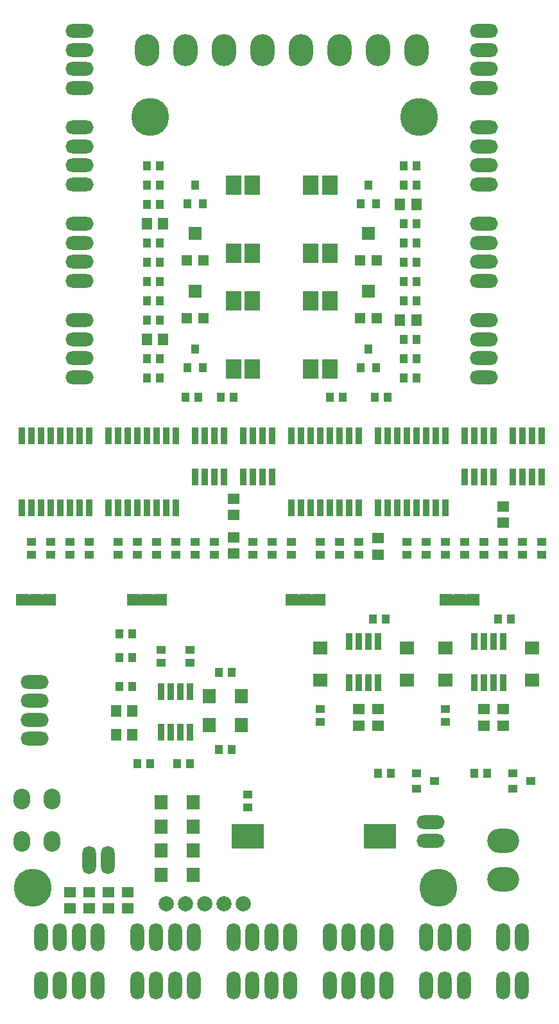
<source format=gbr>
%TF.GenerationSoftware,Altium Limited,Altium Designer,21.0.4 (50)*%
G04 Layer_Color=4408131*
%FSLAX25Y25*%
%MOIN*%
%TF.SameCoordinates,7C4F9ACF-F1D8-4562-922E-26F05696B097*%
%TF.FilePolarity,Negative*%
%TF.FileFunction,Soldermask,Top*%
%TF.Part,Single*%
G01*
G75*
%TA.AperFunction,SMDPad,CuDef*%
%ADD62R,0.04737X0.03950*%
%ADD66R,0.03950X0.04737*%
%ADD67R,0.06200X0.05300*%
%ADD73R,0.05300X0.06200*%
%TA.AperFunction,ComponentPad*%
%ADD75O,0.14580X0.07099*%
%ADD76O,0.12611X0.16548*%
%TA.AperFunction,WasherPad*%
%ADD77C,0.19685*%
%TA.AperFunction,ComponentPad*%
%ADD78O,0.07099X0.14580*%
%ADD79C,0.07887*%
%ADD80O,0.08674X0.10642*%
%ADD81O,0.16548X0.12611*%
%TA.AperFunction,SMDPad,CuDef*%
%ADD84R,0.06509X0.07296*%
%ADD85R,0.16548X0.12611*%
%ADD86R,0.03556X0.08674*%
%ADD87R,0.04540X0.03950*%
%ADD88R,0.01981X0.05918*%
%ADD89R,0.07296X0.06509*%
%ADD90R,0.03950X0.04540*%
%ADD91R,0.07887X0.09855*%
%ADD92R,0.05524X0.05524*%
%ADD93R,0.07099X0.07099*%
G36*
X20407Y222956D02*
X20458Y222946D01*
X20508Y222929D01*
X20555Y222906D01*
X20598Y222877D01*
X20638Y222843D01*
X20939Y222541D01*
X20938Y222559D01*
X20941Y222611D01*
X20951Y222663D01*
X20968Y222712D01*
X20991Y222760D01*
X21021Y222803D01*
X21055Y222843D01*
X21094Y222877D01*
X21138Y222906D01*
X21185Y222929D01*
X21235Y222946D01*
X21286Y222956D01*
X21339Y222960D01*
X26358D01*
X26411Y222956D01*
X26462Y222946D01*
X26512Y222929D01*
X26559Y222906D01*
X26602Y222877D01*
X26642Y222843D01*
X26676Y222803D01*
X26705Y222760D01*
X26729Y222712D01*
X26746Y222663D01*
X26756Y222611D01*
X26759Y222559D01*
Y217441D01*
X26756Y217389D01*
X26746Y217337D01*
X26729Y217287D01*
X26705Y217241D01*
X26676Y217197D01*
X26642Y217158D01*
X26602Y217123D01*
X26559Y217094D01*
X26512Y217071D01*
X26462Y217054D01*
X26411Y217043D01*
X26358Y217040D01*
X21339D01*
X21286Y217043D01*
X21235Y217054D01*
X21185Y217071D01*
X21138Y217094D01*
X21094Y217123D01*
X21055Y217158D01*
X21021Y217197D01*
X20991Y217241D01*
X20968Y217287D01*
X20951Y217337D01*
X20941Y217389D01*
X20938Y217441D01*
X20939Y217459D01*
X20638Y217158D01*
X20598Y217123D01*
X20555Y217094D01*
X20508Y217071D01*
X20458Y217054D01*
X20407Y217043D01*
X20354Y217040D01*
X17500D01*
X17500D01*
X17500D01*
X14646D01*
X14593Y217043D01*
X14542Y217054D01*
X14492Y217071D01*
X14445Y217094D01*
X14402Y217123D01*
X14362Y217158D01*
X14061Y217459D01*
X14062Y217441D01*
X14059Y217389D01*
X14049Y217337D01*
X14032Y217287D01*
X14009Y217241D01*
X13979Y217197D01*
X13945Y217158D01*
X13905Y217123D01*
X13862Y217094D01*
X13815Y217071D01*
X13765Y217054D01*
X13714Y217043D01*
X13661Y217040D01*
X8642D01*
X8589Y217043D01*
X8538Y217054D01*
X8488Y217071D01*
X8441Y217094D01*
X8398Y217123D01*
X8358Y217158D01*
X8324Y217197D01*
X8295Y217241D01*
X8271Y217287D01*
X8254Y217337D01*
X8244Y217389D01*
X8241Y217441D01*
Y222559D01*
X8244Y222611D01*
X8254Y222663D01*
X8271Y222712D01*
X8295Y222760D01*
X8324Y222803D01*
X8358Y222843D01*
X8398Y222877D01*
X8441Y222906D01*
X8488Y222929D01*
X8538Y222946D01*
X8589Y222956D01*
X8642Y222960D01*
X13661D01*
X13714Y222956D01*
X13765Y222946D01*
X13815Y222929D01*
X13862Y222906D01*
X13905Y222877D01*
X13945Y222843D01*
X13979Y222803D01*
X14009Y222760D01*
X14032Y222712D01*
X14049Y222663D01*
X14059Y222611D01*
X14062Y222559D01*
X14061Y222541D01*
X14362Y222843D01*
X14402Y222877D01*
X14445Y222906D01*
X14492Y222929D01*
X14542Y222946D01*
X14593Y222956D01*
X14646Y222960D01*
X17500D01*
X17500D01*
X17500D01*
X20354D01*
X20407Y222956D01*
D02*
G37*
G36*
X77907D02*
X77958Y222946D01*
X78008Y222929D01*
X78055Y222906D01*
X78098Y222877D01*
X78138Y222843D01*
X78439Y222541D01*
X78438Y222559D01*
X78441Y222611D01*
X78451Y222663D01*
X78468Y222712D01*
X78491Y222760D01*
X78521Y222803D01*
X78555Y222843D01*
X78594Y222877D01*
X78638Y222906D01*
X78685Y222929D01*
X78735Y222946D01*
X78786Y222956D01*
X78839Y222960D01*
X83858D01*
X83911Y222956D01*
X83962Y222946D01*
X84012Y222929D01*
X84059Y222906D01*
X84102Y222877D01*
X84142Y222843D01*
X84176Y222803D01*
X84205Y222760D01*
X84229Y222712D01*
X84246Y222663D01*
X84256Y222611D01*
X84259Y222559D01*
Y217441D01*
X84256Y217389D01*
X84246Y217337D01*
X84229Y217287D01*
X84205Y217241D01*
X84176Y217197D01*
X84142Y217158D01*
X84102Y217123D01*
X84059Y217094D01*
X84012Y217071D01*
X83962Y217054D01*
X83911Y217043D01*
X83858Y217040D01*
X78839D01*
X78786Y217043D01*
X78735Y217054D01*
X78685Y217071D01*
X78638Y217094D01*
X78594Y217123D01*
X78555Y217158D01*
X78521Y217197D01*
X78491Y217241D01*
X78468Y217287D01*
X78451Y217337D01*
X78441Y217389D01*
X78438Y217441D01*
X78439Y217459D01*
X78138Y217158D01*
X78098Y217123D01*
X78055Y217094D01*
X78008Y217071D01*
X77958Y217054D01*
X77907Y217043D01*
X77854Y217040D01*
X75000D01*
X75000D01*
X75000D01*
X72146D01*
X72093Y217043D01*
X72042Y217054D01*
X71992Y217071D01*
X71945Y217094D01*
X71902Y217123D01*
X71862Y217158D01*
X71561Y217459D01*
X71562Y217441D01*
X71559Y217389D01*
X71549Y217337D01*
X71532Y217287D01*
X71509Y217241D01*
X71479Y217197D01*
X71445Y217158D01*
X71406Y217123D01*
X71362Y217094D01*
X71315Y217071D01*
X71265Y217054D01*
X71214Y217043D01*
X71161Y217040D01*
X66142D01*
X66089Y217043D01*
X66038Y217054D01*
X65988Y217071D01*
X65941Y217094D01*
X65898Y217123D01*
X65858Y217158D01*
X65824Y217197D01*
X65795Y217241D01*
X65771Y217287D01*
X65754Y217337D01*
X65744Y217389D01*
X65741Y217441D01*
Y222559D01*
X65744Y222611D01*
X65754Y222663D01*
X65771Y222712D01*
X65795Y222760D01*
X65824Y222803D01*
X65858Y222843D01*
X65898Y222877D01*
X65941Y222906D01*
X65988Y222929D01*
X66038Y222946D01*
X66089Y222956D01*
X66142Y222960D01*
X71161D01*
X71214Y222956D01*
X71265Y222946D01*
X71315Y222929D01*
X71362Y222906D01*
X71406Y222877D01*
X71445Y222843D01*
X71479Y222803D01*
X71509Y222760D01*
X71532Y222712D01*
X71549Y222663D01*
X71559Y222611D01*
X71562Y222559D01*
X71561Y222541D01*
X71862Y222843D01*
X71902Y222877D01*
X71945Y222906D01*
X71992Y222929D01*
X72042Y222946D01*
X72093Y222956D01*
X72146Y222960D01*
X75000D01*
X75000D01*
X75000D01*
X77854D01*
X77907Y222956D01*
D02*
G37*
G36*
X166411Y222956D02*
X166462Y222946D01*
X166512Y222929D01*
X166559Y222906D01*
X166602Y222877D01*
X166642Y222843D01*
X166676Y222803D01*
X166705Y222760D01*
X166729Y222712D01*
X166745Y222663D01*
X166756Y222611D01*
X166759Y222559D01*
Y217441D01*
X166756Y217389D01*
X166745Y217337D01*
X166729Y217287D01*
X166705Y217241D01*
X166676Y217197D01*
X166642Y217158D01*
X166602Y217123D01*
X166559Y217094D01*
X166512Y217071D01*
X166462Y217054D01*
X166411Y217043D01*
X166358Y217040D01*
X161339D01*
X161286Y217043D01*
X161235Y217054D01*
X161185Y217071D01*
X161138Y217094D01*
X161094Y217123D01*
X161055Y217158D01*
X161021Y217197D01*
X160991Y217241D01*
X160968Y217287D01*
X160951Y217337D01*
X160941Y217389D01*
X160938Y217441D01*
X160939Y217459D01*
X160638Y217158D01*
X160598Y217123D01*
X160555Y217094D01*
X160508Y217071D01*
X160458Y217054D01*
X160407Y217043D01*
X160354Y217040D01*
X157500D01*
X157500D01*
X157500D01*
X154646D01*
X154593Y217043D01*
X154542Y217054D01*
X154492Y217071D01*
X154445Y217094D01*
X154402Y217123D01*
X154362Y217158D01*
X154061Y217459D01*
X154062Y217441D01*
X154059Y217389D01*
X154049Y217337D01*
X154032Y217287D01*
X154009Y217241D01*
X153979Y217197D01*
X153945Y217158D01*
X153905Y217123D01*
X153862Y217094D01*
X153815Y217071D01*
X153765Y217054D01*
X153714Y217043D01*
X153661Y217040D01*
X148642D01*
X148589Y217043D01*
X148538Y217054D01*
X148488Y217071D01*
X148441Y217094D01*
X148398Y217123D01*
X148358Y217158D01*
X148324Y217197D01*
X148295Y217241D01*
X148271Y217287D01*
X148255Y217337D01*
X148244Y217389D01*
X148241Y217441D01*
Y222559D01*
X148244Y222611D01*
X148255Y222663D01*
X148271Y222712D01*
X148295Y222760D01*
X148324Y222803D01*
X148358Y222843D01*
X148398Y222877D01*
X148441Y222906D01*
X148488Y222929D01*
X148538Y222946D01*
X148589Y222956D01*
X148642Y222960D01*
X153661D01*
X153714Y222956D01*
X153765Y222946D01*
X153815Y222929D01*
X153862Y222906D01*
X153905Y222877D01*
X153945Y222843D01*
X153979Y222803D01*
X154009Y222760D01*
X154032Y222712D01*
X154049Y222663D01*
X154059Y222611D01*
X154062Y222559D01*
X154061Y222541D01*
X154362Y222843D01*
X154402Y222877D01*
X154445Y222906D01*
X154492Y222929D01*
X154542Y222946D01*
X154593Y222956D01*
X154646Y222960D01*
X157500D01*
X157500D01*
X157500D01*
X160354D01*
X160407Y222956D01*
X160458Y222946D01*
X160508Y222929D01*
X160555Y222906D01*
X160598Y222877D01*
X160638Y222843D01*
X160939Y222541D01*
X160938Y222559D01*
X160941Y222611D01*
X160951Y222663D01*
X160968Y222712D01*
X160991Y222760D01*
X161021Y222803D01*
X161055Y222843D01*
X161094Y222877D01*
X161138Y222906D01*
X161185Y222929D01*
X161235Y222946D01*
X161286Y222956D01*
X161339Y222960D01*
X166358D01*
X166411Y222956D01*
D02*
G37*
G36*
X246411D02*
X246462Y222946D01*
X246512Y222929D01*
X246559Y222906D01*
X246602Y222877D01*
X246642Y222843D01*
X246676Y222803D01*
X246705Y222760D01*
X246729Y222712D01*
X246745Y222663D01*
X246756Y222611D01*
X246759Y222559D01*
Y217441D01*
X246756Y217389D01*
X246745Y217337D01*
X246729Y217287D01*
X246705Y217241D01*
X246676Y217197D01*
X246642Y217158D01*
X246602Y217123D01*
X246559Y217094D01*
X246512Y217071D01*
X246462Y217054D01*
X246411Y217043D01*
X246358Y217040D01*
X241339D01*
X241286Y217043D01*
X241235Y217054D01*
X241185Y217071D01*
X241138Y217094D01*
X241094Y217123D01*
X241055Y217158D01*
X241021Y217197D01*
X240991Y217241D01*
X240968Y217287D01*
X240951Y217337D01*
X240941Y217389D01*
X240938Y217441D01*
X240939Y217459D01*
X240638Y217158D01*
X240598Y217123D01*
X240555Y217094D01*
X240508Y217071D01*
X240458Y217054D01*
X240407Y217043D01*
X240354Y217040D01*
X237500D01*
X237500D01*
X237500D01*
X234646D01*
X234593Y217043D01*
X234542Y217054D01*
X234492Y217071D01*
X234445Y217094D01*
X234402Y217123D01*
X234362Y217158D01*
X234061Y217459D01*
X234062Y217441D01*
X234059Y217389D01*
X234049Y217337D01*
X234032Y217287D01*
X234009Y217241D01*
X233979Y217197D01*
X233945Y217158D01*
X233906Y217123D01*
X233862Y217094D01*
X233815Y217071D01*
X233765Y217054D01*
X233714Y217043D01*
X233661Y217040D01*
X228642D01*
X228589Y217043D01*
X228538Y217054D01*
X228488Y217071D01*
X228441Y217094D01*
X228398Y217123D01*
X228358Y217158D01*
X228324Y217197D01*
X228295Y217241D01*
X228271Y217287D01*
X228255Y217337D01*
X228244Y217389D01*
X228241Y217441D01*
Y222559D01*
X228244Y222611D01*
X228255Y222663D01*
X228271Y222712D01*
X228295Y222760D01*
X228324Y222803D01*
X228358Y222843D01*
X228398Y222877D01*
X228441Y222906D01*
X228488Y222929D01*
X228538Y222946D01*
X228589Y222956D01*
X228642Y222960D01*
X233661D01*
X233714Y222956D01*
X233765Y222946D01*
X233815Y222929D01*
X233862Y222906D01*
X233906Y222877D01*
X233945Y222843D01*
X233979Y222803D01*
X234009Y222760D01*
X234032Y222712D01*
X234049Y222663D01*
X234059Y222611D01*
X234062Y222559D01*
X234061Y222541D01*
X234362Y222843D01*
X234402Y222877D01*
X234445Y222906D01*
X234492Y222929D01*
X234542Y222946D01*
X234593Y222956D01*
X234646Y222960D01*
X237500D01*
X237500D01*
X237500D01*
X240354D01*
X240407Y222956D01*
X240458Y222946D01*
X240508Y222929D01*
X240555Y222906D01*
X240598Y222877D01*
X240638Y222843D01*
X240939Y222541D01*
X240938Y222559D01*
X240941Y222611D01*
X240951Y222663D01*
X240968Y222712D01*
X240991Y222760D01*
X241021Y222803D01*
X241055Y222843D01*
X241094Y222877D01*
X241138Y222906D01*
X241185Y222929D01*
X241235Y222946D01*
X241286Y222956D01*
X241339Y222960D01*
X246358D01*
X246411Y222956D01*
D02*
G37*
%LPC*%
G36*
X11687Y220018D02*
X11669Y220000D01*
X11687Y219982D01*
X11686Y220000D01*
X11687Y220018D01*
D02*
G37*
G36*
X23313Y220018D02*
X23314Y220000D01*
X23313Y219982D01*
X23331Y220000D01*
X23313Y220018D01*
D02*
G37*
G36*
X69187Y220018D02*
X69169Y220000D01*
X69187Y219982D01*
X69186Y220000D01*
X69187Y220018D01*
D02*
G37*
G36*
X80813Y220018D02*
X80814Y220000D01*
X80813Y219982D01*
X80831Y220000D01*
X80813Y220018D01*
D02*
G37*
G36*
X163313Y220018D02*
X163314Y220000D01*
X163313Y219982D01*
X163331Y220000D01*
X163313Y220018D01*
D02*
G37*
G36*
X151687Y220018D02*
X151669Y220000D01*
X151687Y219982D01*
X151686Y220000D01*
X151687Y220018D01*
D02*
G37*
G36*
X243313Y220018D02*
X243314Y220000D01*
X243313Y219982D01*
X243331Y220000D01*
X243313Y220018D01*
D02*
G37*
G36*
X231687Y220018D02*
X231669Y220000D01*
X231687Y219982D01*
X231686Y220000D01*
X231687Y220018D01*
D02*
G37*
%LPD*%
D62*
X97500Y194094D02*
D03*
Y187500D02*
D03*
X82500Y194094D02*
D03*
Y187500D02*
D03*
X230000Y163268D02*
D03*
Y156673D02*
D03*
X165000Y163268D02*
D03*
Y156673D02*
D03*
X250000Y243406D02*
D03*
X270000D02*
D03*
X260000D02*
D03*
X280000D02*
D03*
X100000D02*
D03*
X150000D02*
D03*
X110000D02*
D03*
X140000D02*
D03*
X130000D02*
D03*
X240000D02*
D03*
X230000D02*
D03*
X220000D02*
D03*
X210000D02*
D03*
X185000D02*
D03*
X175000D02*
D03*
X165000D02*
D03*
X90000D02*
D03*
X80000D02*
D03*
X70000D02*
D03*
X45000D02*
D03*
X25000D02*
D03*
X35000D02*
D03*
X15000D02*
D03*
X60000D02*
D03*
X127500Y119094D02*
D03*
X250000Y250000D02*
D03*
X270000D02*
D03*
X260000D02*
D03*
X280000D02*
D03*
X100000D02*
D03*
X150000D02*
D03*
X110000D02*
D03*
X140000D02*
D03*
X130000D02*
D03*
X240000D02*
D03*
X230000D02*
D03*
X220000D02*
D03*
X210000D02*
D03*
X185000D02*
D03*
X175000D02*
D03*
X165000D02*
D03*
X90000D02*
D03*
X80000D02*
D03*
X70000D02*
D03*
X45000D02*
D03*
X25000D02*
D03*
X35000D02*
D03*
X15000D02*
D03*
X60000D02*
D03*
X127500Y112500D02*
D03*
D66*
X97500Y135000D02*
D03*
X90906D02*
D03*
X60906Y175000D02*
D03*
X67500D02*
D03*
X112500Y182500D02*
D03*
X119094D02*
D03*
X112500Y142500D02*
D03*
X119094D02*
D03*
X67500Y202500D02*
D03*
X60906D02*
D03*
X67500Y190000D02*
D03*
X60906D02*
D03*
X192500Y210000D02*
D03*
X199094D02*
D03*
X257500D02*
D03*
X264094D02*
D03*
X70000Y135000D02*
D03*
X76594D02*
D03*
X201594Y130000D02*
D03*
X195000D02*
D03*
X251594D02*
D03*
X245000D02*
D03*
X200000Y325000D02*
D03*
X193406D02*
D03*
X170000D02*
D03*
X176594D02*
D03*
X101594D02*
D03*
X95000D02*
D03*
X208406Y375000D02*
D03*
X215000D02*
D03*
X208406Y385000D02*
D03*
X215000D02*
D03*
X208406Y335000D02*
D03*
X215000D02*
D03*
X208406Y345000D02*
D03*
X215000D02*
D03*
X208406Y355000D02*
D03*
X215000D02*
D03*
X208406Y415000D02*
D03*
X215000D02*
D03*
X208406Y435000D02*
D03*
X215000D02*
D03*
X208406Y445000D02*
D03*
X215000D02*
D03*
X208406Y405000D02*
D03*
X215000D02*
D03*
X208406Y395000D02*
D03*
X215000D02*
D03*
X75000Y435000D02*
D03*
X81594D02*
D03*
X75000Y445000D02*
D03*
X81594D02*
D03*
Y345000D02*
D03*
X75000D02*
D03*
X81594Y365000D02*
D03*
X75000D02*
D03*
X81594Y335000D02*
D03*
X75000D02*
D03*
Y425000D02*
D03*
X81594D02*
D03*
X75000Y405000D02*
D03*
X81594D02*
D03*
Y375000D02*
D03*
X75000D02*
D03*
X81594Y385000D02*
D03*
X75000D02*
D03*
Y395000D02*
D03*
X81594D02*
D03*
X120000Y325000D02*
D03*
X113406D02*
D03*
D67*
X260000Y163268D02*
D03*
Y154768D02*
D03*
X250000Y163268D02*
D03*
Y154768D02*
D03*
X195000Y163268D02*
D03*
Y154768D02*
D03*
X185000Y163268D02*
D03*
Y154768D02*
D03*
X35000Y68500D02*
D03*
Y60000D02*
D03*
X65000Y68500D02*
D03*
Y60000D02*
D03*
X55000Y68500D02*
D03*
Y60000D02*
D03*
X45000Y68500D02*
D03*
Y60000D02*
D03*
X195000Y243406D02*
D03*
X120000Y244000D02*
D03*
X260000Y260000D02*
D03*
X120000Y264000D02*
D03*
X260000Y268500D02*
D03*
X195000Y251906D02*
D03*
X120000Y252500D02*
D03*
Y272500D02*
D03*
D73*
X67500Y162500D02*
D03*
X59000D02*
D03*
X67500Y150000D02*
D03*
X59000D02*
D03*
X206500Y365000D02*
D03*
X215000D02*
D03*
X206500Y425000D02*
D03*
X215000D02*
D03*
X75000Y355000D02*
D03*
X83500D02*
D03*
Y415000D02*
D03*
X75000D02*
D03*
D75*
X222500Y104843D02*
D03*
Y95000D02*
D03*
X16732Y147973D02*
D03*
X16732Y157815D02*
D03*
Y177500D02*
D03*
Y167657D02*
D03*
X250000Y355157D02*
D03*
Y365000D02*
D03*
Y345315D02*
D03*
Y335472D02*
D03*
Y405157D02*
D03*
Y415000D02*
D03*
Y395315D02*
D03*
Y385472D02*
D03*
X40000Y365000D02*
D03*
Y355157D02*
D03*
Y335472D02*
D03*
Y345315D02*
D03*
Y415000D02*
D03*
Y405157D02*
D03*
Y385472D02*
D03*
Y395315D02*
D03*
Y515000D02*
D03*
Y505157D02*
D03*
Y485472D02*
D03*
Y495315D02*
D03*
Y465000D02*
D03*
Y455157D02*
D03*
Y435472D02*
D03*
Y445315D02*
D03*
X250000Y455157D02*
D03*
Y465000D02*
D03*
Y445315D02*
D03*
Y435472D02*
D03*
Y505157D02*
D03*
Y515000D02*
D03*
Y495315D02*
D03*
Y485472D02*
D03*
D76*
X215000Y505000D02*
D03*
X195000D02*
D03*
X115000D02*
D03*
X135000D02*
D03*
X75000D02*
D03*
X95000D02*
D03*
X155000D02*
D03*
X175000D02*
D03*
D77*
X226378Y70866D02*
D03*
X15748D02*
D03*
X216535Y470472D02*
D03*
X76772D02*
D03*
D78*
X45000Y85000D02*
D03*
X54843D02*
D03*
X220000Y20000D02*
D03*
X120000Y45000D02*
D03*
Y20000D02*
D03*
X170000D02*
D03*
X99527Y45000D02*
D03*
X70000Y20000D02*
D03*
X29842Y20000D02*
D03*
X39685D02*
D03*
X49527D02*
D03*
X20000Y20000D02*
D03*
X79842Y45000D02*
D03*
X89685D02*
D03*
X70000Y45000D02*
D03*
X229843Y20000D02*
D03*
X239685D02*
D03*
X220000Y45000D02*
D03*
X229843D02*
D03*
X239685D02*
D03*
X269843D02*
D03*
X260000D02*
D03*
X269843Y20000D02*
D03*
X260000D02*
D03*
X149527Y45000D02*
D03*
X139685D02*
D03*
X129842D02*
D03*
X149527Y20000D02*
D03*
X139685D02*
D03*
X129842D02*
D03*
X199527D02*
D03*
X189685D02*
D03*
X179842D02*
D03*
X20000Y45000D02*
D03*
X49527Y45000D02*
D03*
X39685D02*
D03*
X29842D02*
D03*
X170000Y45000D02*
D03*
X199527Y45000D02*
D03*
X189685D02*
D03*
X179842D02*
D03*
X99527Y20000D02*
D03*
X89685D02*
D03*
X79842D02*
D03*
D79*
X125000Y62500D02*
D03*
X105000D02*
D03*
X115000D02*
D03*
X95000D02*
D03*
X85000D02*
D03*
D80*
X10000Y94665D02*
D03*
Y116713D02*
D03*
X25748D02*
D03*
Y94665D02*
D03*
D81*
X260000Y95000D02*
D03*
Y75000D02*
D03*
D84*
X124232Y170000D02*
D03*
X107500D02*
D03*
X124232Y155000D02*
D03*
X107500D02*
D03*
X99232Y115000D02*
D03*
X82500D02*
D03*
X99232Y102500D02*
D03*
X82500D02*
D03*
X99232Y90000D02*
D03*
X82500D02*
D03*
X99232Y77500D02*
D03*
X82500D02*
D03*
D85*
X127500Y97500D02*
D03*
X196004D02*
D03*
D86*
X92500Y151270D02*
D03*
X97500D02*
D03*
X87500D02*
D03*
X82500D02*
D03*
X92500Y172530D02*
D03*
X82500D02*
D03*
X87500D02*
D03*
X97500D02*
D03*
X190000Y177008D02*
D03*
X195000D02*
D03*
X185000D02*
D03*
X180000D02*
D03*
X190000Y198268D02*
D03*
X180000D02*
D03*
X185000D02*
D03*
X195000D02*
D03*
X255000Y177038D02*
D03*
X260000D02*
D03*
X250000D02*
D03*
X245000D02*
D03*
X255000Y198298D02*
D03*
X245000D02*
D03*
X250000D02*
D03*
X260000D02*
D03*
X280000Y305000D02*
D03*
X275000D02*
D03*
X270000D02*
D03*
X265000D02*
D03*
X280000Y283740D02*
D03*
X275000D02*
D03*
X270000D02*
D03*
X265000D02*
D03*
X240000D02*
D03*
X245000D02*
D03*
X250000D02*
D03*
X255000D02*
D03*
X240000Y305000D02*
D03*
X245000D02*
D03*
X250000D02*
D03*
X255000D02*
D03*
X195000Y267598D02*
D03*
X200000D02*
D03*
X205000D02*
D03*
X210000D02*
D03*
X215000D02*
D03*
X220000D02*
D03*
X225000D02*
D03*
X230000D02*
D03*
X195000Y305000D02*
D03*
X200000D02*
D03*
X205000D02*
D03*
X210000D02*
D03*
X215000D02*
D03*
X220000D02*
D03*
X225000D02*
D03*
X230000D02*
D03*
X150000Y267598D02*
D03*
X155000D02*
D03*
X160000D02*
D03*
X165000D02*
D03*
X170000D02*
D03*
X175000D02*
D03*
X180000D02*
D03*
X185000D02*
D03*
X150000Y305000D02*
D03*
X155000D02*
D03*
X160000D02*
D03*
X165000D02*
D03*
X170000D02*
D03*
X175000D02*
D03*
X180000D02*
D03*
X185000D02*
D03*
X140000D02*
D03*
X135000D02*
D03*
X130000D02*
D03*
X125000D02*
D03*
X140000Y283740D02*
D03*
X135000D02*
D03*
X130000D02*
D03*
X125000D02*
D03*
X115000Y305000D02*
D03*
X110000D02*
D03*
X105000D02*
D03*
X100000D02*
D03*
X115000Y283740D02*
D03*
X110000D02*
D03*
X105000D02*
D03*
X100000D02*
D03*
X55000Y267598D02*
D03*
X60000D02*
D03*
X65000D02*
D03*
X70000D02*
D03*
X75000D02*
D03*
X80000D02*
D03*
X85000D02*
D03*
X90000D02*
D03*
X55000Y305000D02*
D03*
X60000D02*
D03*
X65000D02*
D03*
X70000D02*
D03*
X75000D02*
D03*
X80000D02*
D03*
X85000D02*
D03*
X90000D02*
D03*
X10000Y267598D02*
D03*
X15000D02*
D03*
X20000D02*
D03*
X25000D02*
D03*
X30000D02*
D03*
X35000D02*
D03*
X40000D02*
D03*
X45000D02*
D03*
X10000Y305000D02*
D03*
X15000D02*
D03*
X20000D02*
D03*
X25000D02*
D03*
X30000D02*
D03*
X35000D02*
D03*
X40000D02*
D03*
X45000D02*
D03*
D87*
X224449Y126063D02*
D03*
X215000Y130000D02*
D03*
Y122126D02*
D03*
X274449Y126063D02*
D03*
X265000Y130000D02*
D03*
Y122126D02*
D03*
D88*
X246850Y220000D02*
D03*
X237500D02*
D03*
X228150D02*
D03*
X166850D02*
D03*
X157500D02*
D03*
X148150D02*
D03*
X65650D02*
D03*
X75000D02*
D03*
X84350D02*
D03*
X8150D02*
D03*
X17500D02*
D03*
X26850D02*
D03*
D89*
X230000Y195000D02*
D03*
Y178268D02*
D03*
X275000Y195000D02*
D03*
Y178268D02*
D03*
X165000Y195000D02*
D03*
Y178268D02*
D03*
X210000Y195000D02*
D03*
Y178268D02*
D03*
D90*
X186063Y425551D02*
D03*
X193937D02*
D03*
X190000Y435000D02*
D03*
Y350000D02*
D03*
X193937Y340551D02*
D03*
X186063D02*
D03*
X100000Y350000D02*
D03*
X103937Y340551D02*
D03*
X96063D02*
D03*
X100000Y435000D02*
D03*
X103937Y425551D02*
D03*
X96063D02*
D03*
D91*
X170000Y435000D02*
D03*
X160157D02*
D03*
X170000Y399567D02*
D03*
X160157D02*
D03*
X129843Y435000D02*
D03*
X120000D02*
D03*
X129843Y399567D02*
D03*
X120000D02*
D03*
X160157Y339567D02*
D03*
X170000D02*
D03*
X160157Y375000D02*
D03*
X170000D02*
D03*
X120000Y339567D02*
D03*
X129843D02*
D03*
X120000Y375000D02*
D03*
X129843D02*
D03*
D92*
X185669Y396220D02*
D03*
X194331D02*
D03*
X185669Y366220D02*
D03*
X194331D02*
D03*
X104331D02*
D03*
X95669D02*
D03*
X104331Y396220D02*
D03*
X95669D02*
D03*
D93*
X190000Y410000D02*
D03*
Y380000D02*
D03*
X100000D02*
D03*
Y410000D02*
D03*
%TF.MD5,2affb56a7545dd5d5e388398955911e4*%
M02*

</source>
